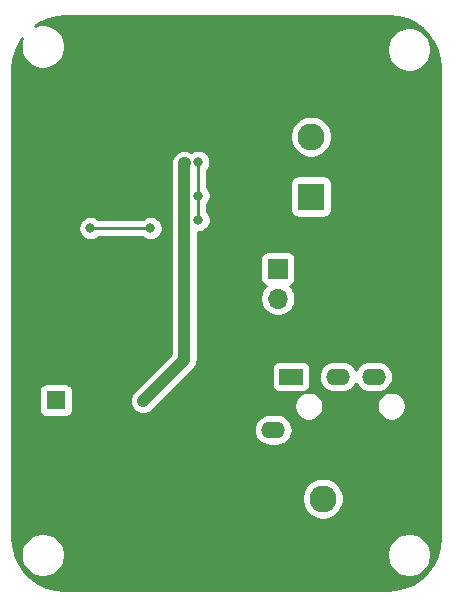
<source format=gbr>
G04 #@! TF.GenerationSoftware,KiCad,Pcbnew,(5.1.6)-1*
G04 #@! TF.CreationDate,2020-12-04T23:27:41-06:00*
G04 #@! TF.ProjectId,AmpOnly,416d704f-6e6c-4792-9e6b-696361645f70,rev?*
G04 #@! TF.SameCoordinates,Original*
G04 #@! TF.FileFunction,Copper,L1,Top*
G04 #@! TF.FilePolarity,Positive*
%FSLAX46Y46*%
G04 Gerber Fmt 4.6, Leading zero omitted, Abs format (unit mm)*
G04 Created by KiCad (PCBNEW (5.1.6)-1) date 2020-12-04 23:27:41*
%MOMM*%
%LPD*%
G01*
G04 APERTURE LIST*
G04 #@! TA.AperFunction,ComponentPad*
%ADD10R,2.286000X2.286000*%
G04 #@! TD*
G04 #@! TA.AperFunction,ComponentPad*
%ADD11C,2.286000*%
G04 #@! TD*
G04 #@! TA.AperFunction,ComponentPad*
%ADD12R,1.600000X1.600000*%
G04 #@! TD*
G04 #@! TA.AperFunction,ComponentPad*
%ADD13C,1.600000*%
G04 #@! TD*
G04 #@! TA.AperFunction,ComponentPad*
%ADD14C,0.800000*%
G04 #@! TD*
G04 #@! TA.AperFunction,ComponentPad*
%ADD15O,2.000000X1.400000*%
G04 #@! TD*
G04 #@! TA.AperFunction,ComponentPad*
%ADD16R,2.000000X1.400000*%
G04 #@! TD*
G04 #@! TA.AperFunction,ComponentPad*
%ADD17R,1.700000X1.700000*%
G04 #@! TD*
G04 #@! TA.AperFunction,ComponentPad*
%ADD18O,1.700000X1.700000*%
G04 #@! TD*
G04 #@! TA.AperFunction,ViaPad*
%ADD19C,0.800000*%
G04 #@! TD*
G04 #@! TA.AperFunction,Conductor*
%ADD20C,0.250000*%
G04 #@! TD*
G04 #@! TA.AperFunction,Conductor*
%ADD21C,1.000000*%
G04 #@! TD*
G04 #@! TA.AperFunction,Conductor*
%ADD22C,0.254000*%
G04 #@! TD*
G04 APERTURE END LIST*
D10*
X142800000Y-99000000D03*
D11*
X142800000Y-93920000D03*
D12*
X121200000Y-116250000D03*
D13*
X121200000Y-119750000D03*
D10*
X143800000Y-129650000D03*
D11*
X143800000Y-124570000D03*
D14*
X126543575Y-98112850D03*
X127756425Y-98112850D03*
X127756425Y-95687150D03*
X126543575Y-95687150D03*
X128362850Y-96900000D03*
X125937150Y-96900000D03*
X127150000Y-96900000D03*
D15*
X139600000Y-118750000D03*
D16*
X141100000Y-114250000D03*
D15*
X145100000Y-114250000D03*
X148100000Y-114250000D03*
D17*
X140000000Y-105100000D03*
D18*
X140000000Y-107640000D03*
X140000000Y-110180000D03*
D19*
X133556040Y-120228360D03*
X134493000Y-97075000D03*
X133266878Y-100982382D03*
X133258494Y-98923386D03*
X124131502Y-101679602D03*
X129196423Y-101679718D03*
X133245721Y-96066901D03*
X132058980Y-96177000D03*
X128580000Y-116300000D03*
D20*
X133266878Y-100982382D02*
X133266878Y-98931770D01*
X133266878Y-98931770D02*
X133258494Y-98923386D01*
X129196307Y-101679602D02*
X129196423Y-101679718D01*
X124131502Y-101679602D02*
X129196307Y-101679602D01*
X133258494Y-96079674D02*
X133245721Y-96066901D01*
X133258494Y-98923386D02*
X133258494Y-96079674D01*
D21*
X132058980Y-96177000D02*
X132077000Y-96177000D01*
X132077000Y-96177000D02*
X132100000Y-96200000D01*
X132058980Y-112821020D02*
X128580000Y-116300000D01*
X132058980Y-96177000D02*
X132058980Y-112821020D01*
D22*
G36*
X150184372Y-83779905D02*
G01*
X150914418Y-83979622D01*
X151597557Y-84305463D01*
X152212198Y-84747129D01*
X152738910Y-85290652D01*
X153161053Y-85918867D01*
X153465273Y-86611900D01*
X153642787Y-87351294D01*
X153690018Y-88042541D01*
X153720478Y-127871329D01*
X153647986Y-128682675D01*
X153440675Y-129440185D01*
X153102501Y-130149002D01*
X152644150Y-130786731D01*
X152080107Y-131333220D01*
X151428210Y-131771184D01*
X150709046Y-132086790D01*
X149940298Y-132271270D01*
X149275835Y-132320000D01*
X121959392Y-132320000D01*
X121147751Y-132247563D01*
X120390226Y-132040328D01*
X119681373Y-131702221D01*
X119043590Y-131243928D01*
X118497054Y-130679945D01*
X118059022Y-130028085D01*
X117743349Y-129308963D01*
X117708630Y-129164344D01*
X118215000Y-129164344D01*
X118215000Y-129535656D01*
X118287439Y-129899834D01*
X118429534Y-130242882D01*
X118635825Y-130551618D01*
X118898382Y-130814175D01*
X119207118Y-131020466D01*
X119550166Y-131162561D01*
X119914344Y-131235000D01*
X120285656Y-131235000D01*
X120649834Y-131162561D01*
X120992882Y-131020466D01*
X121301618Y-130814175D01*
X121564175Y-130551618D01*
X121770466Y-130242882D01*
X121912561Y-129899834D01*
X121985000Y-129535656D01*
X121985000Y-129164344D01*
X149215000Y-129164344D01*
X149215000Y-129535656D01*
X149287439Y-129899834D01*
X149429534Y-130242882D01*
X149635825Y-130551618D01*
X149898382Y-130814175D01*
X150207118Y-131020466D01*
X150550166Y-131162561D01*
X150914344Y-131235000D01*
X151285656Y-131235000D01*
X151649834Y-131162561D01*
X151992882Y-131020466D01*
X152301618Y-130814175D01*
X152564175Y-130551618D01*
X152770466Y-130242882D01*
X152912561Y-129899834D01*
X152985000Y-129535656D01*
X152985000Y-129164344D01*
X152912561Y-128800166D01*
X152770466Y-128457118D01*
X152564175Y-128148382D01*
X152301618Y-127885825D01*
X151992882Y-127679534D01*
X151649834Y-127537439D01*
X151285656Y-127465000D01*
X150914344Y-127465000D01*
X150550166Y-127537439D01*
X150207118Y-127679534D01*
X149898382Y-127885825D01*
X149635825Y-128148382D01*
X149429534Y-128457118D01*
X149287439Y-128800166D01*
X149215000Y-129164344D01*
X121985000Y-129164344D01*
X121912561Y-128800166D01*
X121770466Y-128457118D01*
X121564175Y-128148382D01*
X121301618Y-127885825D01*
X120992882Y-127679534D01*
X120649834Y-127537439D01*
X120285656Y-127465000D01*
X119914344Y-127465000D01*
X119550166Y-127537439D01*
X119207118Y-127679534D01*
X118898382Y-127885825D01*
X118635825Y-128148382D01*
X118429534Y-128457118D01*
X118287439Y-128800166D01*
X118215000Y-129164344D01*
X117708630Y-129164344D01*
X117558794Y-128540232D01*
X117510000Y-127875788D01*
X117510043Y-124394882D01*
X142022000Y-124394882D01*
X142022000Y-124745118D01*
X142090328Y-125088623D01*
X142224357Y-125412199D01*
X142418937Y-125703409D01*
X142666591Y-125951063D01*
X142957801Y-126145643D01*
X143281377Y-126279672D01*
X143624882Y-126348000D01*
X143975118Y-126348000D01*
X144318623Y-126279672D01*
X144642199Y-126145643D01*
X144933409Y-125951063D01*
X145181063Y-125703409D01*
X145375643Y-125412199D01*
X145509672Y-125088623D01*
X145578000Y-124745118D01*
X145578000Y-124394882D01*
X145509672Y-124051377D01*
X145375643Y-123727801D01*
X145181063Y-123436591D01*
X144933409Y-123188937D01*
X144642199Y-122994357D01*
X144318623Y-122860328D01*
X143975118Y-122792000D01*
X143624882Y-122792000D01*
X143281377Y-122860328D01*
X142957801Y-122994357D01*
X142666591Y-123188937D01*
X142418937Y-123436591D01*
X142224357Y-123727801D01*
X142090328Y-124051377D01*
X142022000Y-124394882D01*
X117510043Y-124394882D01*
X117510114Y-118750000D01*
X137958541Y-118750000D01*
X137984317Y-119011706D01*
X138060653Y-119263354D01*
X138184618Y-119495275D01*
X138351445Y-119698555D01*
X138554725Y-119865382D01*
X138786646Y-119989347D01*
X139038294Y-120065683D01*
X139234421Y-120085000D01*
X139965579Y-120085000D01*
X140161706Y-120065683D01*
X140413354Y-119989347D01*
X140645275Y-119865382D01*
X140848555Y-119698555D01*
X141015382Y-119495275D01*
X141139347Y-119263354D01*
X141215683Y-119011706D01*
X141241459Y-118750000D01*
X141215683Y-118488294D01*
X141139347Y-118236646D01*
X141015382Y-118004725D01*
X140848555Y-117801445D01*
X140645275Y-117634618D01*
X140413354Y-117510653D01*
X140161706Y-117434317D01*
X139965579Y-117415000D01*
X139234421Y-117415000D01*
X139038294Y-117434317D01*
X138786646Y-117510653D01*
X138554725Y-117634618D01*
X138351445Y-117801445D01*
X138184618Y-118004725D01*
X138060653Y-118236646D01*
X137984317Y-118488294D01*
X137958541Y-118750000D01*
X117510114Y-118750000D01*
X117510156Y-115450000D01*
X119761928Y-115450000D01*
X119761928Y-117050000D01*
X119774188Y-117174482D01*
X119810498Y-117294180D01*
X119869463Y-117404494D01*
X119948815Y-117501185D01*
X120045506Y-117580537D01*
X120155820Y-117639502D01*
X120275518Y-117675812D01*
X120400000Y-117688072D01*
X122000000Y-117688072D01*
X122124482Y-117675812D01*
X122244180Y-117639502D01*
X122354494Y-117580537D01*
X122451185Y-117501185D01*
X122530537Y-117404494D01*
X122589502Y-117294180D01*
X122625812Y-117174482D01*
X122638072Y-117050000D01*
X122638072Y-116300000D01*
X127439509Y-116300000D01*
X127461423Y-116522498D01*
X127526324Y-116736446D01*
X127631717Y-116933622D01*
X127773552Y-117106448D01*
X127946378Y-117248283D01*
X128143554Y-117353676D01*
X128357502Y-117418577D01*
X128580000Y-117440491D01*
X128802498Y-117418577D01*
X129016446Y-117353676D01*
X129213622Y-117248283D01*
X129343143Y-117141988D01*
X132822126Y-113663007D01*
X132865429Y-113627469D01*
X132929007Y-113550000D01*
X139461928Y-113550000D01*
X139461928Y-114950000D01*
X139474188Y-115074482D01*
X139510498Y-115194180D01*
X139569463Y-115304494D01*
X139648815Y-115401185D01*
X139745506Y-115480537D01*
X139855820Y-115539502D01*
X139975518Y-115575812D01*
X140100000Y-115588072D01*
X142100000Y-115588072D01*
X142202241Y-115578002D01*
X142015008Y-115655557D01*
X141812733Y-115790713D01*
X141640713Y-115962733D01*
X141505557Y-116165008D01*
X141412460Y-116389764D01*
X141365000Y-116628363D01*
X141365000Y-116871637D01*
X141412460Y-117110236D01*
X141505557Y-117334992D01*
X141640713Y-117537267D01*
X141812733Y-117709287D01*
X142015008Y-117844443D01*
X142239764Y-117937540D01*
X142478363Y-117985000D01*
X142721637Y-117985000D01*
X142960236Y-117937540D01*
X143184992Y-117844443D01*
X143387267Y-117709287D01*
X143559287Y-117537267D01*
X143694443Y-117334992D01*
X143787540Y-117110236D01*
X143835000Y-116871637D01*
X143835000Y-116628363D01*
X148365000Y-116628363D01*
X148365000Y-116871637D01*
X148412460Y-117110236D01*
X148505557Y-117334992D01*
X148640713Y-117537267D01*
X148812733Y-117709287D01*
X149015008Y-117844443D01*
X149239764Y-117937540D01*
X149478363Y-117985000D01*
X149721637Y-117985000D01*
X149960236Y-117937540D01*
X150184992Y-117844443D01*
X150387267Y-117709287D01*
X150559287Y-117537267D01*
X150694443Y-117334992D01*
X150787540Y-117110236D01*
X150835000Y-116871637D01*
X150835000Y-116628363D01*
X150787540Y-116389764D01*
X150694443Y-116165008D01*
X150559287Y-115962733D01*
X150387267Y-115790713D01*
X150184992Y-115655557D01*
X149960236Y-115562460D01*
X149721637Y-115515000D01*
X149478363Y-115515000D01*
X149239764Y-115562460D01*
X149015008Y-115655557D01*
X148812733Y-115790713D01*
X148640713Y-115962733D01*
X148505557Y-116165008D01*
X148412460Y-116389764D01*
X148365000Y-116628363D01*
X143835000Y-116628363D01*
X143787540Y-116389764D01*
X143694443Y-116165008D01*
X143559287Y-115962733D01*
X143387267Y-115790713D01*
X143184992Y-115655557D01*
X142960236Y-115562460D01*
X142721637Y-115515000D01*
X142478363Y-115515000D01*
X142323225Y-115545859D01*
X142344180Y-115539502D01*
X142454494Y-115480537D01*
X142551185Y-115401185D01*
X142630537Y-115304494D01*
X142689502Y-115194180D01*
X142725812Y-115074482D01*
X142738072Y-114950000D01*
X142738072Y-114250000D01*
X143458541Y-114250000D01*
X143484317Y-114511706D01*
X143560653Y-114763354D01*
X143684618Y-114995275D01*
X143851445Y-115198555D01*
X144054725Y-115365382D01*
X144286646Y-115489347D01*
X144538294Y-115565683D01*
X144734421Y-115585000D01*
X145465579Y-115585000D01*
X145661706Y-115565683D01*
X145913354Y-115489347D01*
X146145275Y-115365382D01*
X146348555Y-115198555D01*
X146515382Y-114995275D01*
X146600000Y-114836967D01*
X146684618Y-114995275D01*
X146851445Y-115198555D01*
X147054725Y-115365382D01*
X147286646Y-115489347D01*
X147538294Y-115565683D01*
X147734421Y-115585000D01*
X148465579Y-115585000D01*
X148661706Y-115565683D01*
X148913354Y-115489347D01*
X149145275Y-115365382D01*
X149348555Y-115198555D01*
X149515382Y-114995275D01*
X149639347Y-114763354D01*
X149715683Y-114511706D01*
X149741459Y-114250000D01*
X149715683Y-113988294D01*
X149639347Y-113736646D01*
X149515382Y-113504725D01*
X149348555Y-113301445D01*
X149145275Y-113134618D01*
X148913354Y-113010653D01*
X148661706Y-112934317D01*
X148465579Y-112915000D01*
X147734421Y-112915000D01*
X147538294Y-112934317D01*
X147286646Y-113010653D01*
X147054725Y-113134618D01*
X146851445Y-113301445D01*
X146684618Y-113504725D01*
X146600000Y-113663033D01*
X146515382Y-113504725D01*
X146348555Y-113301445D01*
X146145275Y-113134618D01*
X145913354Y-113010653D01*
X145661706Y-112934317D01*
X145465579Y-112915000D01*
X144734421Y-112915000D01*
X144538294Y-112934317D01*
X144286646Y-113010653D01*
X144054725Y-113134618D01*
X143851445Y-113301445D01*
X143684618Y-113504725D01*
X143560653Y-113736646D01*
X143484317Y-113988294D01*
X143458541Y-114250000D01*
X142738072Y-114250000D01*
X142738072Y-113550000D01*
X142725812Y-113425518D01*
X142689502Y-113305820D01*
X142630537Y-113195506D01*
X142551185Y-113098815D01*
X142454494Y-113019463D01*
X142344180Y-112960498D01*
X142224482Y-112924188D01*
X142100000Y-112911928D01*
X140100000Y-112911928D01*
X139975518Y-112924188D01*
X139855820Y-112960498D01*
X139745506Y-113019463D01*
X139648815Y-113098815D01*
X139569463Y-113195506D01*
X139510498Y-113305820D01*
X139474188Y-113425518D01*
X139461928Y-113550000D01*
X132929007Y-113550000D01*
X133007264Y-113454643D01*
X133112656Y-113257467D01*
X133177557Y-113043519D01*
X133199471Y-112821020D01*
X133193980Y-112765268D01*
X133193980Y-104250000D01*
X138511928Y-104250000D01*
X138511928Y-105950000D01*
X138524188Y-106074482D01*
X138560498Y-106194180D01*
X138619463Y-106304494D01*
X138698815Y-106401185D01*
X138795506Y-106480537D01*
X138905820Y-106539502D01*
X138978380Y-106561513D01*
X138846525Y-106693368D01*
X138684010Y-106936589D01*
X138572068Y-107206842D01*
X138515000Y-107493740D01*
X138515000Y-107786260D01*
X138572068Y-108073158D01*
X138684010Y-108343411D01*
X138846525Y-108586632D01*
X139053368Y-108793475D01*
X139296589Y-108955990D01*
X139566842Y-109067932D01*
X139853740Y-109125000D01*
X140146260Y-109125000D01*
X140433158Y-109067932D01*
X140703411Y-108955990D01*
X140946632Y-108793475D01*
X141153475Y-108586632D01*
X141315990Y-108343411D01*
X141427932Y-108073158D01*
X141485000Y-107786260D01*
X141485000Y-107493740D01*
X141427932Y-107206842D01*
X141315990Y-106936589D01*
X141153475Y-106693368D01*
X141021620Y-106561513D01*
X141094180Y-106539502D01*
X141204494Y-106480537D01*
X141301185Y-106401185D01*
X141380537Y-106304494D01*
X141439502Y-106194180D01*
X141475812Y-106074482D01*
X141488072Y-105950000D01*
X141488072Y-104250000D01*
X141475812Y-104125518D01*
X141439502Y-104005820D01*
X141380537Y-103895506D01*
X141301185Y-103798815D01*
X141204494Y-103719463D01*
X141094180Y-103660498D01*
X140974482Y-103624188D01*
X140850000Y-103611928D01*
X139150000Y-103611928D01*
X139025518Y-103624188D01*
X138905820Y-103660498D01*
X138795506Y-103719463D01*
X138698815Y-103798815D01*
X138619463Y-103895506D01*
X138560498Y-104005820D01*
X138524188Y-104125518D01*
X138511928Y-104250000D01*
X133193980Y-104250000D01*
X133193980Y-102017382D01*
X133368817Y-102017382D01*
X133568776Y-101977608D01*
X133757134Y-101899587D01*
X133926652Y-101786319D01*
X134070815Y-101642156D01*
X134184083Y-101472638D01*
X134262104Y-101284280D01*
X134301878Y-101084321D01*
X134301878Y-100880443D01*
X134262104Y-100680484D01*
X134184083Y-100492126D01*
X134070815Y-100322608D01*
X134026878Y-100278671D01*
X134026878Y-99618713D01*
X134062431Y-99583160D01*
X134175699Y-99413642D01*
X134253720Y-99225284D01*
X134293494Y-99025325D01*
X134293494Y-98821447D01*
X134253720Y-98621488D01*
X134175699Y-98433130D01*
X134062431Y-98263612D01*
X134018494Y-98219675D01*
X134018494Y-97857000D01*
X141018928Y-97857000D01*
X141018928Y-100143000D01*
X141031188Y-100267482D01*
X141067498Y-100387180D01*
X141126463Y-100497494D01*
X141205815Y-100594185D01*
X141302506Y-100673537D01*
X141412820Y-100732502D01*
X141532518Y-100768812D01*
X141657000Y-100781072D01*
X143943000Y-100781072D01*
X144067482Y-100768812D01*
X144187180Y-100732502D01*
X144297494Y-100673537D01*
X144394185Y-100594185D01*
X144473537Y-100497494D01*
X144532502Y-100387180D01*
X144568812Y-100267482D01*
X144581072Y-100143000D01*
X144581072Y-97857000D01*
X144568812Y-97732518D01*
X144532502Y-97612820D01*
X144473537Y-97502506D01*
X144394185Y-97405815D01*
X144297494Y-97326463D01*
X144187180Y-97267498D01*
X144067482Y-97231188D01*
X143943000Y-97218928D01*
X141657000Y-97218928D01*
X141532518Y-97231188D01*
X141412820Y-97267498D01*
X141302506Y-97326463D01*
X141205815Y-97405815D01*
X141126463Y-97502506D01*
X141067498Y-97612820D01*
X141031188Y-97732518D01*
X141018928Y-97857000D01*
X134018494Y-97857000D01*
X134018494Y-96757839D01*
X134049658Y-96726675D01*
X134162926Y-96557157D01*
X134240947Y-96368799D01*
X134280721Y-96168840D01*
X134280721Y-95964962D01*
X134240947Y-95765003D01*
X134162926Y-95576645D01*
X134049658Y-95407127D01*
X133905495Y-95262964D01*
X133735977Y-95149696D01*
X133547619Y-95071675D01*
X133347660Y-95031901D01*
X133143782Y-95031901D01*
X132943823Y-95071675D01*
X132755465Y-95149696D01*
X132669833Y-95206913D01*
X132513447Y-95123324D01*
X132299499Y-95058423D01*
X132132752Y-95042000D01*
X132132751Y-95042000D01*
X132077000Y-95036509D01*
X132067990Y-95037396D01*
X132058980Y-95036509D01*
X132003228Y-95042000D01*
X131836481Y-95058423D01*
X131622533Y-95123324D01*
X131425357Y-95228716D01*
X131252531Y-95370551D01*
X131110696Y-95543377D01*
X131005304Y-95740553D01*
X130940403Y-95954501D01*
X130918489Y-96177000D01*
X130923980Y-96232752D01*
X130923981Y-112350886D01*
X127738012Y-115536857D01*
X127631717Y-115666378D01*
X127526324Y-115863554D01*
X127461423Y-116077502D01*
X127439509Y-116300000D01*
X122638072Y-116300000D01*
X122638072Y-115450000D01*
X122625812Y-115325518D01*
X122589502Y-115205820D01*
X122530537Y-115095506D01*
X122451185Y-114998815D01*
X122354494Y-114919463D01*
X122244180Y-114860498D01*
X122124482Y-114824188D01*
X122000000Y-114811928D01*
X120400000Y-114811928D01*
X120275518Y-114824188D01*
X120155820Y-114860498D01*
X120045506Y-114919463D01*
X119948815Y-114998815D01*
X119869463Y-115095506D01*
X119810498Y-115205820D01*
X119774188Y-115325518D01*
X119761928Y-115450000D01*
X117510156Y-115450000D01*
X117510330Y-101577663D01*
X123096502Y-101577663D01*
X123096502Y-101781541D01*
X123136276Y-101981500D01*
X123214297Y-102169858D01*
X123327565Y-102339376D01*
X123471728Y-102483539D01*
X123641246Y-102596807D01*
X123829604Y-102674828D01*
X124029563Y-102714602D01*
X124233441Y-102714602D01*
X124433400Y-102674828D01*
X124621758Y-102596807D01*
X124791276Y-102483539D01*
X124835213Y-102439602D01*
X128492596Y-102439602D01*
X128536649Y-102483655D01*
X128706167Y-102596923D01*
X128894525Y-102674944D01*
X129094484Y-102714718D01*
X129298362Y-102714718D01*
X129498321Y-102674944D01*
X129686679Y-102596923D01*
X129856197Y-102483655D01*
X130000360Y-102339492D01*
X130113628Y-102169974D01*
X130191649Y-101981616D01*
X130231423Y-101781657D01*
X130231423Y-101577779D01*
X130191649Y-101377820D01*
X130113628Y-101189462D01*
X130000360Y-101019944D01*
X129856197Y-100875781D01*
X129686679Y-100762513D01*
X129498321Y-100684492D01*
X129298362Y-100644718D01*
X129094484Y-100644718D01*
X128894525Y-100684492D01*
X128706167Y-100762513D01*
X128536649Y-100875781D01*
X128492828Y-100919602D01*
X124835213Y-100919602D01*
X124791276Y-100875665D01*
X124621758Y-100762397D01*
X124433400Y-100684376D01*
X124233441Y-100644602D01*
X124029563Y-100644602D01*
X123829604Y-100684376D01*
X123641246Y-100762397D01*
X123471728Y-100875665D01*
X123327565Y-101019828D01*
X123214297Y-101189346D01*
X123136276Y-101377704D01*
X123096502Y-101577663D01*
X117510330Y-101577663D01*
X117510428Y-93744882D01*
X141022000Y-93744882D01*
X141022000Y-94095118D01*
X141090328Y-94438623D01*
X141224357Y-94762199D01*
X141418937Y-95053409D01*
X141666591Y-95301063D01*
X141957801Y-95495643D01*
X142281377Y-95629672D01*
X142624882Y-95698000D01*
X142975118Y-95698000D01*
X143318623Y-95629672D01*
X143642199Y-95495643D01*
X143933409Y-95301063D01*
X144181063Y-95053409D01*
X144375643Y-94762199D01*
X144509672Y-94438623D01*
X144578000Y-94095118D01*
X144578000Y-93744882D01*
X144509672Y-93401377D01*
X144375643Y-93077801D01*
X144181063Y-92786591D01*
X143933409Y-92538937D01*
X143642199Y-92344357D01*
X143318623Y-92210328D01*
X142975118Y-92142000D01*
X142624882Y-92142000D01*
X142281377Y-92210328D01*
X141957801Y-92344357D01*
X141666591Y-92538937D01*
X141418937Y-92786591D01*
X141224357Y-93077801D01*
X141090328Y-93401377D01*
X141022000Y-93744882D01*
X117510428Y-93744882D01*
X117510499Y-88179401D01*
X117582937Y-87367751D01*
X117790172Y-86610226D01*
X118128277Y-85901375D01*
X118356176Y-85584219D01*
X118287439Y-85750166D01*
X118215000Y-86114344D01*
X118215000Y-86485656D01*
X118287439Y-86849834D01*
X118429534Y-87192882D01*
X118635825Y-87501618D01*
X118898382Y-87764175D01*
X119207118Y-87970466D01*
X119550166Y-88112561D01*
X119914344Y-88185000D01*
X120285656Y-88185000D01*
X120649834Y-88112561D01*
X120992882Y-87970466D01*
X121301618Y-87764175D01*
X121564175Y-87501618D01*
X121770466Y-87192882D01*
X121912561Y-86849834D01*
X121985000Y-86485656D01*
X121985000Y-86364344D01*
X149215000Y-86364344D01*
X149215000Y-86735656D01*
X149287439Y-87099834D01*
X149429534Y-87442882D01*
X149635825Y-87751618D01*
X149898382Y-88014175D01*
X150207118Y-88220466D01*
X150550166Y-88362561D01*
X150914344Y-88435000D01*
X151285656Y-88435000D01*
X151649834Y-88362561D01*
X151992882Y-88220466D01*
X152301618Y-88014175D01*
X152564175Y-87751618D01*
X152770466Y-87442882D01*
X152912561Y-87099834D01*
X152985000Y-86735656D01*
X152985000Y-86364344D01*
X152912561Y-86000166D01*
X152770466Y-85657118D01*
X152564175Y-85348382D01*
X152301618Y-85085825D01*
X151992882Y-84879534D01*
X151649834Y-84737439D01*
X151285656Y-84665000D01*
X150914344Y-84665000D01*
X150550166Y-84737439D01*
X150207118Y-84879534D01*
X149898382Y-85085825D01*
X149635825Y-85348382D01*
X149429534Y-85657118D01*
X149287439Y-86000166D01*
X149215000Y-86364344D01*
X121985000Y-86364344D01*
X121985000Y-86114344D01*
X121912561Y-85750166D01*
X121770466Y-85407118D01*
X121564175Y-85098382D01*
X121301618Y-84835825D01*
X120992882Y-84629534D01*
X120649834Y-84487439D01*
X120285656Y-84415000D01*
X119914344Y-84415000D01*
X119550166Y-84487439D01*
X119399199Y-84549971D01*
X119802413Y-84279023D01*
X120521538Y-83963349D01*
X121290268Y-83778794D01*
X121954952Y-83729982D01*
X149401345Y-83710021D01*
X150184372Y-83779905D01*
G37*
X150184372Y-83779905D02*
X150914418Y-83979622D01*
X151597557Y-84305463D01*
X152212198Y-84747129D01*
X152738910Y-85290652D01*
X153161053Y-85918867D01*
X153465273Y-86611900D01*
X153642787Y-87351294D01*
X153690018Y-88042541D01*
X153720478Y-127871329D01*
X153647986Y-128682675D01*
X153440675Y-129440185D01*
X153102501Y-130149002D01*
X152644150Y-130786731D01*
X152080107Y-131333220D01*
X151428210Y-131771184D01*
X150709046Y-132086790D01*
X149940298Y-132271270D01*
X149275835Y-132320000D01*
X121959392Y-132320000D01*
X121147751Y-132247563D01*
X120390226Y-132040328D01*
X119681373Y-131702221D01*
X119043590Y-131243928D01*
X118497054Y-130679945D01*
X118059022Y-130028085D01*
X117743349Y-129308963D01*
X117708630Y-129164344D01*
X118215000Y-129164344D01*
X118215000Y-129535656D01*
X118287439Y-129899834D01*
X118429534Y-130242882D01*
X118635825Y-130551618D01*
X118898382Y-130814175D01*
X119207118Y-131020466D01*
X119550166Y-131162561D01*
X119914344Y-131235000D01*
X120285656Y-131235000D01*
X120649834Y-131162561D01*
X120992882Y-131020466D01*
X121301618Y-130814175D01*
X121564175Y-130551618D01*
X121770466Y-130242882D01*
X121912561Y-129899834D01*
X121985000Y-129535656D01*
X121985000Y-129164344D01*
X149215000Y-129164344D01*
X149215000Y-129535656D01*
X149287439Y-129899834D01*
X149429534Y-130242882D01*
X149635825Y-130551618D01*
X149898382Y-130814175D01*
X150207118Y-131020466D01*
X150550166Y-131162561D01*
X150914344Y-131235000D01*
X151285656Y-131235000D01*
X151649834Y-131162561D01*
X151992882Y-131020466D01*
X152301618Y-130814175D01*
X152564175Y-130551618D01*
X152770466Y-130242882D01*
X152912561Y-129899834D01*
X152985000Y-129535656D01*
X152985000Y-129164344D01*
X152912561Y-128800166D01*
X152770466Y-128457118D01*
X152564175Y-128148382D01*
X152301618Y-127885825D01*
X151992882Y-127679534D01*
X151649834Y-127537439D01*
X151285656Y-127465000D01*
X150914344Y-127465000D01*
X150550166Y-127537439D01*
X150207118Y-127679534D01*
X149898382Y-127885825D01*
X149635825Y-128148382D01*
X149429534Y-128457118D01*
X149287439Y-128800166D01*
X149215000Y-129164344D01*
X121985000Y-129164344D01*
X121912561Y-128800166D01*
X121770466Y-128457118D01*
X121564175Y-128148382D01*
X121301618Y-127885825D01*
X120992882Y-127679534D01*
X120649834Y-127537439D01*
X120285656Y-127465000D01*
X119914344Y-127465000D01*
X119550166Y-127537439D01*
X119207118Y-127679534D01*
X118898382Y-127885825D01*
X118635825Y-128148382D01*
X118429534Y-128457118D01*
X118287439Y-128800166D01*
X118215000Y-129164344D01*
X117708630Y-129164344D01*
X117558794Y-128540232D01*
X117510000Y-127875788D01*
X117510043Y-124394882D01*
X142022000Y-124394882D01*
X142022000Y-124745118D01*
X142090328Y-125088623D01*
X142224357Y-125412199D01*
X142418937Y-125703409D01*
X142666591Y-125951063D01*
X142957801Y-126145643D01*
X143281377Y-126279672D01*
X143624882Y-126348000D01*
X143975118Y-126348000D01*
X144318623Y-126279672D01*
X144642199Y-126145643D01*
X144933409Y-125951063D01*
X145181063Y-125703409D01*
X145375643Y-125412199D01*
X145509672Y-125088623D01*
X145578000Y-124745118D01*
X145578000Y-124394882D01*
X145509672Y-124051377D01*
X145375643Y-123727801D01*
X145181063Y-123436591D01*
X144933409Y-123188937D01*
X144642199Y-122994357D01*
X144318623Y-122860328D01*
X143975118Y-122792000D01*
X143624882Y-122792000D01*
X143281377Y-122860328D01*
X142957801Y-122994357D01*
X142666591Y-123188937D01*
X142418937Y-123436591D01*
X142224357Y-123727801D01*
X142090328Y-124051377D01*
X142022000Y-124394882D01*
X117510043Y-124394882D01*
X117510114Y-118750000D01*
X137958541Y-118750000D01*
X137984317Y-119011706D01*
X138060653Y-119263354D01*
X138184618Y-119495275D01*
X138351445Y-119698555D01*
X138554725Y-119865382D01*
X138786646Y-119989347D01*
X139038294Y-120065683D01*
X139234421Y-120085000D01*
X139965579Y-120085000D01*
X140161706Y-120065683D01*
X140413354Y-119989347D01*
X140645275Y-119865382D01*
X140848555Y-119698555D01*
X141015382Y-119495275D01*
X141139347Y-119263354D01*
X141215683Y-119011706D01*
X141241459Y-118750000D01*
X141215683Y-118488294D01*
X141139347Y-118236646D01*
X141015382Y-118004725D01*
X140848555Y-117801445D01*
X140645275Y-117634618D01*
X140413354Y-117510653D01*
X140161706Y-117434317D01*
X139965579Y-117415000D01*
X139234421Y-117415000D01*
X139038294Y-117434317D01*
X138786646Y-117510653D01*
X138554725Y-117634618D01*
X138351445Y-117801445D01*
X138184618Y-118004725D01*
X138060653Y-118236646D01*
X137984317Y-118488294D01*
X137958541Y-118750000D01*
X117510114Y-118750000D01*
X117510156Y-115450000D01*
X119761928Y-115450000D01*
X119761928Y-117050000D01*
X119774188Y-117174482D01*
X119810498Y-117294180D01*
X119869463Y-117404494D01*
X119948815Y-117501185D01*
X120045506Y-117580537D01*
X120155820Y-117639502D01*
X120275518Y-117675812D01*
X120400000Y-117688072D01*
X122000000Y-117688072D01*
X122124482Y-117675812D01*
X122244180Y-117639502D01*
X122354494Y-117580537D01*
X122451185Y-117501185D01*
X122530537Y-117404494D01*
X122589502Y-117294180D01*
X122625812Y-117174482D01*
X122638072Y-117050000D01*
X122638072Y-116300000D01*
X127439509Y-116300000D01*
X127461423Y-116522498D01*
X127526324Y-116736446D01*
X127631717Y-116933622D01*
X127773552Y-117106448D01*
X127946378Y-117248283D01*
X128143554Y-117353676D01*
X128357502Y-117418577D01*
X128580000Y-117440491D01*
X128802498Y-117418577D01*
X129016446Y-117353676D01*
X129213622Y-117248283D01*
X129343143Y-117141988D01*
X132822126Y-113663007D01*
X132865429Y-113627469D01*
X132929007Y-113550000D01*
X139461928Y-113550000D01*
X139461928Y-114950000D01*
X139474188Y-115074482D01*
X139510498Y-115194180D01*
X139569463Y-115304494D01*
X139648815Y-115401185D01*
X139745506Y-115480537D01*
X139855820Y-115539502D01*
X139975518Y-115575812D01*
X140100000Y-115588072D01*
X142100000Y-115588072D01*
X142202241Y-115578002D01*
X142015008Y-115655557D01*
X141812733Y-115790713D01*
X141640713Y-115962733D01*
X141505557Y-116165008D01*
X141412460Y-116389764D01*
X141365000Y-116628363D01*
X141365000Y-116871637D01*
X141412460Y-117110236D01*
X141505557Y-117334992D01*
X141640713Y-117537267D01*
X141812733Y-117709287D01*
X142015008Y-117844443D01*
X142239764Y-117937540D01*
X142478363Y-117985000D01*
X142721637Y-117985000D01*
X142960236Y-117937540D01*
X143184992Y-117844443D01*
X143387267Y-117709287D01*
X143559287Y-117537267D01*
X143694443Y-117334992D01*
X143787540Y-117110236D01*
X143835000Y-116871637D01*
X143835000Y-116628363D01*
X148365000Y-116628363D01*
X148365000Y-116871637D01*
X148412460Y-117110236D01*
X148505557Y-117334992D01*
X148640713Y-117537267D01*
X148812733Y-117709287D01*
X149015008Y-117844443D01*
X149239764Y-117937540D01*
X149478363Y-117985000D01*
X149721637Y-117985000D01*
X149960236Y-117937540D01*
X150184992Y-117844443D01*
X150387267Y-117709287D01*
X150559287Y-117537267D01*
X150694443Y-117334992D01*
X150787540Y-117110236D01*
X150835000Y-116871637D01*
X150835000Y-116628363D01*
X150787540Y-116389764D01*
X150694443Y-116165008D01*
X150559287Y-115962733D01*
X150387267Y-115790713D01*
X150184992Y-115655557D01*
X149960236Y-115562460D01*
X149721637Y-115515000D01*
X149478363Y-115515000D01*
X149239764Y-115562460D01*
X149015008Y-115655557D01*
X148812733Y-115790713D01*
X148640713Y-115962733D01*
X148505557Y-116165008D01*
X148412460Y-116389764D01*
X148365000Y-116628363D01*
X143835000Y-116628363D01*
X143787540Y-116389764D01*
X143694443Y-116165008D01*
X143559287Y-115962733D01*
X143387267Y-115790713D01*
X143184992Y-115655557D01*
X142960236Y-115562460D01*
X142721637Y-115515000D01*
X142478363Y-115515000D01*
X142323225Y-115545859D01*
X142344180Y-115539502D01*
X142454494Y-115480537D01*
X142551185Y-115401185D01*
X142630537Y-115304494D01*
X142689502Y-115194180D01*
X142725812Y-115074482D01*
X142738072Y-114950000D01*
X142738072Y-114250000D01*
X143458541Y-114250000D01*
X143484317Y-114511706D01*
X143560653Y-114763354D01*
X143684618Y-114995275D01*
X143851445Y-115198555D01*
X144054725Y-115365382D01*
X144286646Y-115489347D01*
X144538294Y-115565683D01*
X144734421Y-115585000D01*
X145465579Y-115585000D01*
X145661706Y-115565683D01*
X145913354Y-115489347D01*
X146145275Y-115365382D01*
X146348555Y-115198555D01*
X146515382Y-114995275D01*
X146600000Y-114836967D01*
X146684618Y-114995275D01*
X146851445Y-115198555D01*
X147054725Y-115365382D01*
X147286646Y-115489347D01*
X147538294Y-115565683D01*
X147734421Y-115585000D01*
X148465579Y-115585000D01*
X148661706Y-115565683D01*
X148913354Y-115489347D01*
X149145275Y-115365382D01*
X149348555Y-115198555D01*
X149515382Y-114995275D01*
X149639347Y-114763354D01*
X149715683Y-114511706D01*
X149741459Y-114250000D01*
X149715683Y-113988294D01*
X149639347Y-113736646D01*
X149515382Y-113504725D01*
X149348555Y-113301445D01*
X149145275Y-113134618D01*
X148913354Y-113010653D01*
X148661706Y-112934317D01*
X148465579Y-112915000D01*
X147734421Y-112915000D01*
X147538294Y-112934317D01*
X147286646Y-113010653D01*
X147054725Y-113134618D01*
X146851445Y-113301445D01*
X146684618Y-113504725D01*
X146600000Y-113663033D01*
X146515382Y-113504725D01*
X146348555Y-113301445D01*
X146145275Y-113134618D01*
X145913354Y-113010653D01*
X145661706Y-112934317D01*
X145465579Y-112915000D01*
X144734421Y-112915000D01*
X144538294Y-112934317D01*
X144286646Y-113010653D01*
X144054725Y-113134618D01*
X143851445Y-113301445D01*
X143684618Y-113504725D01*
X143560653Y-113736646D01*
X143484317Y-113988294D01*
X143458541Y-114250000D01*
X142738072Y-114250000D01*
X142738072Y-113550000D01*
X142725812Y-113425518D01*
X142689502Y-113305820D01*
X142630537Y-113195506D01*
X142551185Y-113098815D01*
X142454494Y-113019463D01*
X142344180Y-112960498D01*
X142224482Y-112924188D01*
X142100000Y-112911928D01*
X140100000Y-112911928D01*
X139975518Y-112924188D01*
X139855820Y-112960498D01*
X139745506Y-113019463D01*
X139648815Y-113098815D01*
X139569463Y-113195506D01*
X139510498Y-113305820D01*
X139474188Y-113425518D01*
X139461928Y-113550000D01*
X132929007Y-113550000D01*
X133007264Y-113454643D01*
X133112656Y-113257467D01*
X133177557Y-113043519D01*
X133199471Y-112821020D01*
X133193980Y-112765268D01*
X133193980Y-104250000D01*
X138511928Y-104250000D01*
X138511928Y-105950000D01*
X138524188Y-106074482D01*
X138560498Y-106194180D01*
X138619463Y-106304494D01*
X138698815Y-106401185D01*
X138795506Y-106480537D01*
X138905820Y-106539502D01*
X138978380Y-106561513D01*
X138846525Y-106693368D01*
X138684010Y-106936589D01*
X138572068Y-107206842D01*
X138515000Y-107493740D01*
X138515000Y-107786260D01*
X138572068Y-108073158D01*
X138684010Y-108343411D01*
X138846525Y-108586632D01*
X139053368Y-108793475D01*
X139296589Y-108955990D01*
X139566842Y-109067932D01*
X139853740Y-109125000D01*
X140146260Y-109125000D01*
X140433158Y-109067932D01*
X140703411Y-108955990D01*
X140946632Y-108793475D01*
X141153475Y-108586632D01*
X141315990Y-108343411D01*
X141427932Y-108073158D01*
X141485000Y-107786260D01*
X141485000Y-107493740D01*
X141427932Y-107206842D01*
X141315990Y-106936589D01*
X141153475Y-106693368D01*
X141021620Y-106561513D01*
X141094180Y-106539502D01*
X141204494Y-106480537D01*
X141301185Y-106401185D01*
X141380537Y-106304494D01*
X141439502Y-106194180D01*
X141475812Y-106074482D01*
X141488072Y-105950000D01*
X141488072Y-104250000D01*
X141475812Y-104125518D01*
X141439502Y-104005820D01*
X141380537Y-103895506D01*
X141301185Y-103798815D01*
X141204494Y-103719463D01*
X141094180Y-103660498D01*
X140974482Y-103624188D01*
X140850000Y-103611928D01*
X139150000Y-103611928D01*
X139025518Y-103624188D01*
X138905820Y-103660498D01*
X138795506Y-103719463D01*
X138698815Y-103798815D01*
X138619463Y-103895506D01*
X138560498Y-104005820D01*
X138524188Y-104125518D01*
X138511928Y-104250000D01*
X133193980Y-104250000D01*
X133193980Y-102017382D01*
X133368817Y-102017382D01*
X133568776Y-101977608D01*
X133757134Y-101899587D01*
X133926652Y-101786319D01*
X134070815Y-101642156D01*
X134184083Y-101472638D01*
X134262104Y-101284280D01*
X134301878Y-101084321D01*
X134301878Y-100880443D01*
X134262104Y-100680484D01*
X134184083Y-100492126D01*
X134070815Y-100322608D01*
X134026878Y-100278671D01*
X134026878Y-99618713D01*
X134062431Y-99583160D01*
X134175699Y-99413642D01*
X134253720Y-99225284D01*
X134293494Y-99025325D01*
X134293494Y-98821447D01*
X134253720Y-98621488D01*
X134175699Y-98433130D01*
X134062431Y-98263612D01*
X134018494Y-98219675D01*
X134018494Y-97857000D01*
X141018928Y-97857000D01*
X141018928Y-100143000D01*
X141031188Y-100267482D01*
X141067498Y-100387180D01*
X141126463Y-100497494D01*
X141205815Y-100594185D01*
X141302506Y-100673537D01*
X141412820Y-100732502D01*
X141532518Y-100768812D01*
X141657000Y-100781072D01*
X143943000Y-100781072D01*
X144067482Y-100768812D01*
X144187180Y-100732502D01*
X144297494Y-100673537D01*
X144394185Y-100594185D01*
X144473537Y-100497494D01*
X144532502Y-100387180D01*
X144568812Y-100267482D01*
X144581072Y-100143000D01*
X144581072Y-97857000D01*
X144568812Y-97732518D01*
X144532502Y-97612820D01*
X144473537Y-97502506D01*
X144394185Y-97405815D01*
X144297494Y-97326463D01*
X144187180Y-97267498D01*
X144067482Y-97231188D01*
X143943000Y-97218928D01*
X141657000Y-97218928D01*
X141532518Y-97231188D01*
X141412820Y-97267498D01*
X141302506Y-97326463D01*
X141205815Y-97405815D01*
X141126463Y-97502506D01*
X141067498Y-97612820D01*
X141031188Y-97732518D01*
X141018928Y-97857000D01*
X134018494Y-97857000D01*
X134018494Y-96757839D01*
X134049658Y-96726675D01*
X134162926Y-96557157D01*
X134240947Y-96368799D01*
X134280721Y-96168840D01*
X134280721Y-95964962D01*
X134240947Y-95765003D01*
X134162926Y-95576645D01*
X134049658Y-95407127D01*
X133905495Y-95262964D01*
X133735977Y-95149696D01*
X133547619Y-95071675D01*
X133347660Y-95031901D01*
X133143782Y-95031901D01*
X132943823Y-95071675D01*
X132755465Y-95149696D01*
X132669833Y-95206913D01*
X132513447Y-95123324D01*
X132299499Y-95058423D01*
X132132752Y-95042000D01*
X132132751Y-95042000D01*
X132077000Y-95036509D01*
X132067990Y-95037396D01*
X132058980Y-95036509D01*
X132003228Y-95042000D01*
X131836481Y-95058423D01*
X131622533Y-95123324D01*
X131425357Y-95228716D01*
X131252531Y-95370551D01*
X131110696Y-95543377D01*
X131005304Y-95740553D01*
X130940403Y-95954501D01*
X130918489Y-96177000D01*
X130923980Y-96232752D01*
X130923981Y-112350886D01*
X127738012Y-115536857D01*
X127631717Y-115666378D01*
X127526324Y-115863554D01*
X127461423Y-116077502D01*
X127439509Y-116300000D01*
X122638072Y-116300000D01*
X122638072Y-115450000D01*
X122625812Y-115325518D01*
X122589502Y-115205820D01*
X122530537Y-115095506D01*
X122451185Y-114998815D01*
X122354494Y-114919463D01*
X122244180Y-114860498D01*
X122124482Y-114824188D01*
X122000000Y-114811928D01*
X120400000Y-114811928D01*
X120275518Y-114824188D01*
X120155820Y-114860498D01*
X120045506Y-114919463D01*
X119948815Y-114998815D01*
X119869463Y-115095506D01*
X119810498Y-115205820D01*
X119774188Y-115325518D01*
X119761928Y-115450000D01*
X117510156Y-115450000D01*
X117510330Y-101577663D01*
X123096502Y-101577663D01*
X123096502Y-101781541D01*
X123136276Y-101981500D01*
X123214297Y-102169858D01*
X123327565Y-102339376D01*
X123471728Y-102483539D01*
X123641246Y-102596807D01*
X123829604Y-102674828D01*
X124029563Y-102714602D01*
X124233441Y-102714602D01*
X124433400Y-102674828D01*
X124621758Y-102596807D01*
X124791276Y-102483539D01*
X124835213Y-102439602D01*
X128492596Y-102439602D01*
X128536649Y-102483655D01*
X128706167Y-102596923D01*
X128894525Y-102674944D01*
X129094484Y-102714718D01*
X129298362Y-102714718D01*
X129498321Y-102674944D01*
X129686679Y-102596923D01*
X129856197Y-102483655D01*
X130000360Y-102339492D01*
X130113628Y-102169974D01*
X130191649Y-101981616D01*
X130231423Y-101781657D01*
X130231423Y-101577779D01*
X130191649Y-101377820D01*
X130113628Y-101189462D01*
X130000360Y-101019944D01*
X129856197Y-100875781D01*
X129686679Y-100762513D01*
X129498321Y-100684492D01*
X129298362Y-100644718D01*
X129094484Y-100644718D01*
X128894525Y-100684492D01*
X128706167Y-100762513D01*
X128536649Y-100875781D01*
X128492828Y-100919602D01*
X124835213Y-100919602D01*
X124791276Y-100875665D01*
X124621758Y-100762397D01*
X124433400Y-100684376D01*
X124233441Y-100644602D01*
X124029563Y-100644602D01*
X123829604Y-100684376D01*
X123641246Y-100762397D01*
X123471728Y-100875665D01*
X123327565Y-101019828D01*
X123214297Y-101189346D01*
X123136276Y-101377704D01*
X123096502Y-101577663D01*
X117510330Y-101577663D01*
X117510428Y-93744882D01*
X141022000Y-93744882D01*
X141022000Y-94095118D01*
X141090328Y-94438623D01*
X141224357Y-94762199D01*
X141418937Y-95053409D01*
X141666591Y-95301063D01*
X141957801Y-95495643D01*
X142281377Y-95629672D01*
X142624882Y-95698000D01*
X142975118Y-95698000D01*
X143318623Y-95629672D01*
X143642199Y-95495643D01*
X143933409Y-95301063D01*
X144181063Y-95053409D01*
X144375643Y-94762199D01*
X144509672Y-94438623D01*
X144578000Y-94095118D01*
X144578000Y-93744882D01*
X144509672Y-93401377D01*
X144375643Y-93077801D01*
X144181063Y-92786591D01*
X143933409Y-92538937D01*
X143642199Y-92344357D01*
X143318623Y-92210328D01*
X142975118Y-92142000D01*
X142624882Y-92142000D01*
X142281377Y-92210328D01*
X141957801Y-92344357D01*
X141666591Y-92538937D01*
X141418937Y-92786591D01*
X141224357Y-93077801D01*
X141090328Y-93401377D01*
X141022000Y-93744882D01*
X117510428Y-93744882D01*
X117510499Y-88179401D01*
X117582937Y-87367751D01*
X117790172Y-86610226D01*
X118128277Y-85901375D01*
X118356176Y-85584219D01*
X118287439Y-85750166D01*
X118215000Y-86114344D01*
X118215000Y-86485656D01*
X118287439Y-86849834D01*
X118429534Y-87192882D01*
X118635825Y-87501618D01*
X118898382Y-87764175D01*
X119207118Y-87970466D01*
X119550166Y-88112561D01*
X119914344Y-88185000D01*
X120285656Y-88185000D01*
X120649834Y-88112561D01*
X120992882Y-87970466D01*
X121301618Y-87764175D01*
X121564175Y-87501618D01*
X121770466Y-87192882D01*
X121912561Y-86849834D01*
X121985000Y-86485656D01*
X121985000Y-86364344D01*
X149215000Y-86364344D01*
X149215000Y-86735656D01*
X149287439Y-87099834D01*
X149429534Y-87442882D01*
X149635825Y-87751618D01*
X149898382Y-88014175D01*
X150207118Y-88220466D01*
X150550166Y-88362561D01*
X150914344Y-88435000D01*
X151285656Y-88435000D01*
X151649834Y-88362561D01*
X151992882Y-88220466D01*
X152301618Y-88014175D01*
X152564175Y-87751618D01*
X152770466Y-87442882D01*
X152912561Y-87099834D01*
X152985000Y-86735656D01*
X152985000Y-86364344D01*
X152912561Y-86000166D01*
X152770466Y-85657118D01*
X152564175Y-85348382D01*
X152301618Y-85085825D01*
X151992882Y-84879534D01*
X151649834Y-84737439D01*
X151285656Y-84665000D01*
X150914344Y-84665000D01*
X150550166Y-84737439D01*
X150207118Y-84879534D01*
X149898382Y-85085825D01*
X149635825Y-85348382D01*
X149429534Y-85657118D01*
X149287439Y-86000166D01*
X149215000Y-86364344D01*
X121985000Y-86364344D01*
X121985000Y-86114344D01*
X121912561Y-85750166D01*
X121770466Y-85407118D01*
X121564175Y-85098382D01*
X121301618Y-84835825D01*
X120992882Y-84629534D01*
X120649834Y-84487439D01*
X120285656Y-84415000D01*
X119914344Y-84415000D01*
X119550166Y-84487439D01*
X119399199Y-84549971D01*
X119802413Y-84279023D01*
X120521538Y-83963349D01*
X121290268Y-83778794D01*
X121954952Y-83729982D01*
X149401345Y-83710021D01*
X150184372Y-83779905D01*
M02*

</source>
